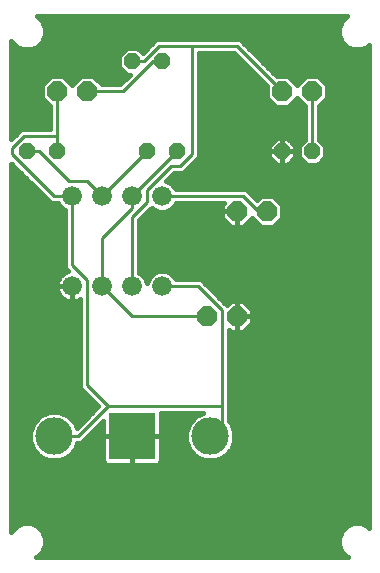
<source format=gbl>
G75*
%MOIN*%
%OFA0B0*%
%FSLAX25Y25*%
%IPPOS*%
%LPD*%
%AMOC8*
5,1,8,0,0,1.08239X$1,22.5*
%
%ADD10R,0.15600X0.15600*%
%ADD11C,0.12500*%
%ADD12OC8,0.06600*%
%ADD13C,0.06600*%
%ADD14OC8,0.05200*%
%ADD15C,0.01000*%
%ADD16R,0.04000X0.04000*%
%ADD17C,0.01600*%
D10*
X0051800Y0051800D03*
D11*
X0077800Y0051800D03*
X0025800Y0051800D03*
D12*
X0076800Y0091800D03*
X0086800Y0091800D03*
X0086800Y0126800D03*
X0096800Y0126800D03*
X0101800Y0166800D03*
X0111800Y0166800D03*
X0036800Y0166800D03*
X0026800Y0166800D03*
D13*
X0031800Y0131800D03*
X0041800Y0131800D03*
X0051800Y0131800D03*
X0061800Y0131800D03*
X0061800Y0101800D03*
X0051800Y0101800D03*
X0041800Y0101800D03*
X0031800Y0101800D03*
D14*
X0026800Y0146800D03*
X0016800Y0146800D03*
X0051800Y0176800D03*
X0061800Y0176800D03*
X0056800Y0146800D03*
X0066800Y0146800D03*
X0101800Y0146800D03*
X0111800Y0146800D03*
D15*
X0111800Y0166800D01*
X0101800Y0166800D02*
X0086800Y0181800D01*
X0071800Y0181800D01*
X0071800Y0145800D01*
X0067800Y0141800D01*
X0064800Y0141800D01*
X0056800Y0133800D01*
X0056800Y0129800D01*
X0051800Y0124800D01*
X0051800Y0101800D01*
X0041800Y0101800D02*
X0051800Y0091800D01*
X0076800Y0091800D01*
X0081800Y0093800D02*
X0081800Y0061800D01*
X0043800Y0061800D01*
X0036800Y0068800D01*
X0036800Y0103800D01*
X0031800Y0108800D01*
X0031800Y0131800D01*
X0025800Y0131800D01*
X0011800Y0145800D01*
X0011800Y0147800D01*
X0015800Y0151800D01*
X0026800Y0151800D01*
X0026800Y0146800D01*
X0026800Y0151800D02*
X0026800Y0166800D01*
X0036800Y0166800D02*
X0048800Y0166800D01*
X0058800Y0176800D01*
X0061800Y0176800D01*
X0060800Y0181800D02*
X0071800Y0181800D01*
X0060800Y0181800D02*
X0055800Y0176800D01*
X0051800Y0176800D01*
X0056800Y0146800D02*
X0041800Y0131800D01*
X0036800Y0136800D01*
X0030800Y0136800D01*
X0020800Y0146800D01*
X0016800Y0146800D01*
X0041800Y0117800D02*
X0041800Y0101800D01*
X0041800Y0117800D02*
X0051800Y0127800D01*
X0051800Y0131800D01*
X0066800Y0146800D01*
X0061800Y0131800D02*
X0088800Y0131800D01*
X0093800Y0126800D01*
X0096800Y0126800D01*
X0073800Y0101800D02*
X0081800Y0093800D01*
X0073800Y0101800D02*
X0061800Y0101800D01*
X0043800Y0061800D02*
X0033800Y0051800D01*
X0025800Y0051800D01*
X0077800Y0051800D02*
X0081800Y0055800D01*
X0081800Y0061800D01*
D16*
X0106800Y0066800D03*
X0121800Y0091800D03*
X0121800Y0116800D03*
D17*
X0011600Y0142747D02*
X0011600Y0019925D01*
X0011713Y0020199D01*
X0013401Y0021887D01*
X0015607Y0022800D01*
X0017993Y0022800D01*
X0020199Y0021887D01*
X0021887Y0020199D01*
X0022800Y0017993D01*
X0022800Y0015607D01*
X0021887Y0013401D01*
X0020199Y0011713D01*
X0019925Y0011600D01*
X0123675Y0011600D01*
X0123401Y0011713D01*
X0121713Y0013401D01*
X0120800Y0015607D01*
X0120800Y0017993D01*
X0121713Y0020199D01*
X0123401Y0021887D01*
X0125607Y0022800D01*
X0127993Y0022800D01*
X0130199Y0021887D01*
X0130701Y0021384D01*
X0130701Y0182216D01*
X0130199Y0181713D01*
X0127993Y0180800D01*
X0125607Y0180800D01*
X0123401Y0181713D01*
X0121713Y0183401D01*
X0120800Y0185607D01*
X0120800Y0187993D01*
X0121713Y0190199D01*
X0123401Y0191887D01*
X0123580Y0191961D01*
X0020020Y0191961D01*
X0020199Y0191887D01*
X0021887Y0190199D01*
X0022800Y0187993D01*
X0022800Y0185607D01*
X0021887Y0183401D01*
X0020199Y0181713D01*
X0017993Y0180800D01*
X0015607Y0180800D01*
X0013401Y0181713D01*
X0011713Y0183401D01*
X0011600Y0183675D01*
X0011600Y0150853D01*
X0013500Y0152753D01*
X0014847Y0154100D01*
X0024500Y0154100D01*
X0024500Y0161888D01*
X0021700Y0164688D01*
X0021700Y0168912D01*
X0024688Y0171900D01*
X0028912Y0171900D01*
X0031800Y0169012D01*
X0034688Y0171900D01*
X0038912Y0171900D01*
X0041712Y0169100D01*
X0047847Y0169100D01*
X0051147Y0172400D01*
X0049977Y0172400D01*
X0047400Y0174977D01*
X0047400Y0178623D01*
X0049977Y0181200D01*
X0053623Y0181200D01*
X0055285Y0179538D01*
X0058500Y0182753D01*
X0059847Y0184100D01*
X0087753Y0184100D01*
X0099953Y0171900D01*
X0103912Y0171900D01*
X0106800Y0169012D01*
X0109688Y0171900D01*
X0113912Y0171900D01*
X0116900Y0168912D01*
X0116900Y0164688D01*
X0114100Y0161888D01*
X0114100Y0150723D01*
X0116200Y0148623D01*
X0116200Y0144977D01*
X0113623Y0142400D01*
X0109977Y0142400D01*
X0107400Y0144977D01*
X0107400Y0148623D01*
X0109500Y0150723D01*
X0109500Y0161888D01*
X0106800Y0164588D01*
X0103912Y0161700D01*
X0099688Y0161700D01*
X0096700Y0164688D01*
X0096700Y0168647D01*
X0085847Y0179500D01*
X0074100Y0179500D01*
X0074100Y0144847D01*
X0072753Y0143500D01*
X0068753Y0139500D01*
X0065753Y0139500D01*
X0063054Y0136801D01*
X0064689Y0136124D01*
X0066124Y0134689D01*
X0066367Y0134100D01*
X0089753Y0134100D01*
X0093320Y0130533D01*
X0094688Y0131900D01*
X0098912Y0131900D01*
X0101900Y0128912D01*
X0101900Y0124688D01*
X0098912Y0121700D01*
X0094688Y0121700D01*
X0091800Y0124588D01*
X0088912Y0121700D01*
X0086800Y0121700D01*
X0086800Y0126800D01*
X0086800Y0126800D01*
X0086800Y0126800D01*
X0081700Y0126800D01*
X0081700Y0128912D01*
X0082288Y0129500D01*
X0066367Y0129500D01*
X0066124Y0128911D01*
X0064689Y0127476D01*
X0062814Y0126700D01*
X0060786Y0126700D01*
X0058911Y0127476D01*
X0058320Y0128067D01*
X0057753Y0127500D01*
X0054100Y0123847D01*
X0054100Y0106367D01*
X0054689Y0106124D01*
X0056124Y0104689D01*
X0056800Y0103056D01*
X0057476Y0104689D01*
X0058911Y0106124D01*
X0060786Y0106900D01*
X0062814Y0106900D01*
X0064689Y0106124D01*
X0066124Y0104689D01*
X0066367Y0104100D01*
X0074753Y0104100D01*
X0082753Y0096100D01*
X0083320Y0095533D01*
X0084688Y0096900D01*
X0086800Y0096900D01*
X0088912Y0096900D01*
X0091900Y0093912D01*
X0091900Y0091800D01*
X0086800Y0091800D01*
X0086800Y0091800D01*
X0086800Y0091800D01*
X0086800Y0096900D01*
X0086800Y0091800D01*
X0091900Y0091800D01*
X0091900Y0089688D01*
X0088912Y0086700D01*
X0086800Y0086700D01*
X0086800Y0091800D01*
X0086800Y0091800D01*
X0086800Y0086700D01*
X0084688Y0086700D01*
X0084100Y0087288D01*
X0084100Y0056884D01*
X0084624Y0056360D01*
X0085850Y0053401D01*
X0085850Y0050199D01*
X0084624Y0047240D01*
X0082360Y0044976D01*
X0079401Y0043750D01*
X0076199Y0043750D01*
X0073240Y0044976D01*
X0070976Y0047240D01*
X0069750Y0050199D01*
X0069750Y0053401D01*
X0070976Y0056360D01*
X0073240Y0058624D01*
X0075354Y0059500D01*
X0061400Y0059500D01*
X0061400Y0051800D01*
X0051800Y0051800D01*
X0051800Y0051800D01*
X0061400Y0051800D01*
X0061400Y0043763D01*
X0061277Y0043305D01*
X0061040Y0042895D01*
X0060705Y0042560D01*
X0060295Y0042323D01*
X0059837Y0042200D01*
X0051800Y0042200D01*
X0051800Y0051800D01*
X0051800Y0051800D01*
X0051800Y0051800D01*
X0042200Y0051800D01*
X0042200Y0056947D01*
X0034753Y0049500D01*
X0033561Y0049500D01*
X0032624Y0047240D01*
X0030360Y0044976D01*
X0027401Y0043750D01*
X0024199Y0043750D01*
X0021240Y0044976D01*
X0018976Y0047240D01*
X0017750Y0050199D01*
X0017750Y0053401D01*
X0018976Y0056360D01*
X0021240Y0058624D01*
X0024199Y0059850D01*
X0027401Y0059850D01*
X0030360Y0058624D01*
X0032624Y0056360D01*
X0033352Y0054604D01*
X0040547Y0061800D01*
X0034500Y0067847D01*
X0034500Y0097458D01*
X0034473Y0097438D01*
X0033758Y0097074D01*
X0032994Y0096826D01*
X0032201Y0096700D01*
X0031800Y0096700D01*
X0031800Y0101800D01*
X0031800Y0101800D01*
X0026700Y0101800D01*
X0026700Y0102201D01*
X0026826Y0102994D01*
X0027074Y0103758D01*
X0027438Y0104473D01*
X0027910Y0105122D01*
X0028478Y0105690D01*
X0029127Y0106162D01*
X0029842Y0106526D01*
X0030581Y0106766D01*
X0029500Y0107847D01*
X0029500Y0127232D01*
X0028911Y0127476D01*
X0027476Y0128911D01*
X0027232Y0129500D01*
X0024847Y0129500D01*
X0011600Y0142747D01*
X0011600Y0142673D02*
X0011674Y0142673D01*
X0011600Y0141075D02*
X0013272Y0141075D01*
X0014871Y0139476D02*
X0011600Y0139476D01*
X0011600Y0137878D02*
X0016469Y0137878D01*
X0018068Y0136279D02*
X0011600Y0136279D01*
X0011600Y0134681D02*
X0019666Y0134681D01*
X0021265Y0133082D02*
X0011600Y0133082D01*
X0011600Y0131484D02*
X0022863Y0131484D01*
X0024462Y0129885D02*
X0011600Y0129885D01*
X0011600Y0128287D02*
X0028101Y0128287D01*
X0029500Y0126688D02*
X0011600Y0126688D01*
X0011600Y0125090D02*
X0029500Y0125090D01*
X0029500Y0123491D02*
X0011600Y0123491D01*
X0011600Y0121893D02*
X0029500Y0121893D01*
X0029500Y0120294D02*
X0011600Y0120294D01*
X0011600Y0118696D02*
X0029500Y0118696D01*
X0029500Y0117097D02*
X0011600Y0117097D01*
X0011600Y0115499D02*
X0029500Y0115499D01*
X0029500Y0113900D02*
X0011600Y0113900D01*
X0011600Y0112302D02*
X0029500Y0112302D01*
X0029500Y0110703D02*
X0011600Y0110703D01*
X0011600Y0109105D02*
X0029500Y0109105D01*
X0029841Y0107506D02*
X0011600Y0107506D01*
X0011600Y0105908D02*
X0028777Y0105908D01*
X0027355Y0104309D02*
X0011600Y0104309D01*
X0011600Y0102711D02*
X0026781Y0102711D01*
X0026700Y0101800D02*
X0026700Y0101399D01*
X0026826Y0100606D01*
X0027074Y0099842D01*
X0027438Y0099127D01*
X0027910Y0098478D01*
X0028478Y0097910D01*
X0029127Y0097438D01*
X0029842Y0097074D01*
X0030606Y0096826D01*
X0031399Y0096700D01*
X0031800Y0096700D01*
X0031800Y0101800D01*
X0031800Y0101800D01*
X0026700Y0101800D01*
X0026745Y0101112D02*
X0011600Y0101112D01*
X0011600Y0099514D02*
X0027241Y0099514D01*
X0028472Y0097915D02*
X0011600Y0097915D01*
X0011600Y0096317D02*
X0034500Y0096317D01*
X0034500Y0094718D02*
X0011600Y0094718D01*
X0011600Y0093120D02*
X0034500Y0093120D01*
X0034500Y0091521D02*
X0011600Y0091521D01*
X0011600Y0089923D02*
X0034500Y0089923D01*
X0034500Y0088324D02*
X0011600Y0088324D01*
X0011600Y0086726D02*
X0034500Y0086726D01*
X0034500Y0085127D02*
X0011600Y0085127D01*
X0011600Y0083529D02*
X0034500Y0083529D01*
X0034500Y0081930D02*
X0011600Y0081930D01*
X0011600Y0080332D02*
X0034500Y0080332D01*
X0034500Y0078733D02*
X0011600Y0078733D01*
X0011600Y0077134D02*
X0034500Y0077134D01*
X0034500Y0075536D02*
X0011600Y0075536D01*
X0011600Y0073937D02*
X0034500Y0073937D01*
X0034500Y0072339D02*
X0011600Y0072339D01*
X0011600Y0070740D02*
X0034500Y0070740D01*
X0034500Y0069142D02*
X0011600Y0069142D01*
X0011600Y0067543D02*
X0034804Y0067543D01*
X0036402Y0065945D02*
X0011600Y0065945D01*
X0011600Y0064346D02*
X0038001Y0064346D01*
X0039599Y0062748D02*
X0011600Y0062748D01*
X0011600Y0061149D02*
X0039897Y0061149D01*
X0038298Y0059551D02*
X0028123Y0059551D01*
X0031032Y0057952D02*
X0036700Y0057952D01*
X0035101Y0056354D02*
X0032627Y0056354D01*
X0033289Y0054755D02*
X0033503Y0054755D01*
X0036811Y0051558D02*
X0042200Y0051558D01*
X0042200Y0051800D02*
X0042200Y0043763D01*
X0042323Y0043305D01*
X0042560Y0042895D01*
X0042895Y0042560D01*
X0043305Y0042323D01*
X0043763Y0042200D01*
X0051800Y0042200D01*
X0051800Y0051800D01*
X0042200Y0051800D01*
X0042200Y0053157D02*
X0038409Y0053157D01*
X0040008Y0054755D02*
X0042200Y0054755D01*
X0042200Y0056354D02*
X0041607Y0056354D01*
X0042200Y0049960D02*
X0035212Y0049960D01*
X0033089Y0048361D02*
X0042200Y0048361D01*
X0042200Y0046763D02*
X0032147Y0046763D01*
X0030549Y0045164D02*
X0042200Y0045164D01*
X0042253Y0043566D02*
X0011600Y0043566D01*
X0011600Y0045164D02*
X0021051Y0045164D01*
X0019453Y0046763D02*
X0011600Y0046763D01*
X0011600Y0048361D02*
X0018511Y0048361D01*
X0017849Y0049960D02*
X0011600Y0049960D01*
X0011600Y0051558D02*
X0017750Y0051558D01*
X0017750Y0053157D02*
X0011600Y0053157D01*
X0011600Y0054755D02*
X0018311Y0054755D01*
X0018973Y0056354D02*
X0011600Y0056354D01*
X0011600Y0057952D02*
X0020568Y0057952D01*
X0023477Y0059551D02*
X0011600Y0059551D01*
X0011600Y0041967D02*
X0130701Y0041967D01*
X0130701Y0040369D02*
X0011600Y0040369D01*
X0011600Y0038770D02*
X0130701Y0038770D01*
X0130701Y0037172D02*
X0011600Y0037172D01*
X0011600Y0035573D02*
X0130701Y0035573D01*
X0130701Y0033975D02*
X0011600Y0033975D01*
X0011600Y0032376D02*
X0130701Y0032376D01*
X0130701Y0030778D02*
X0011600Y0030778D01*
X0011600Y0029179D02*
X0130701Y0029179D01*
X0130701Y0027581D02*
X0011600Y0027581D01*
X0011600Y0025982D02*
X0130701Y0025982D01*
X0130701Y0024384D02*
X0011600Y0024384D01*
X0011600Y0022785D02*
X0015571Y0022785D01*
X0018029Y0022785D02*
X0125571Y0022785D01*
X0128029Y0022785D02*
X0130701Y0022785D01*
X0122701Y0021187D02*
X0020899Y0021187D01*
X0022139Y0019588D02*
X0121461Y0019588D01*
X0120800Y0017990D02*
X0022800Y0017990D01*
X0022800Y0016391D02*
X0120800Y0016391D01*
X0121137Y0014793D02*
X0022463Y0014793D01*
X0021679Y0013194D02*
X0121921Y0013194D01*
X0130701Y0043566D02*
X0061347Y0043566D01*
X0061400Y0045164D02*
X0073051Y0045164D01*
X0071453Y0046763D02*
X0061400Y0046763D01*
X0061400Y0048361D02*
X0070511Y0048361D01*
X0069849Y0049960D02*
X0061400Y0049960D01*
X0061400Y0051558D02*
X0069750Y0051558D01*
X0069750Y0053157D02*
X0061400Y0053157D01*
X0061400Y0054755D02*
X0070311Y0054755D01*
X0070973Y0056354D02*
X0061400Y0056354D01*
X0061400Y0057952D02*
X0072568Y0057952D01*
X0082549Y0045164D02*
X0130701Y0045164D01*
X0130701Y0046763D02*
X0084147Y0046763D01*
X0085089Y0048361D02*
X0130701Y0048361D01*
X0130701Y0049960D02*
X0085751Y0049960D01*
X0085850Y0051558D02*
X0130701Y0051558D01*
X0130701Y0053157D02*
X0085850Y0053157D01*
X0085289Y0054755D02*
X0130701Y0054755D01*
X0130701Y0056354D02*
X0084627Y0056354D01*
X0084100Y0057952D02*
X0130701Y0057952D01*
X0130701Y0059551D02*
X0084100Y0059551D01*
X0084100Y0061149D02*
X0130701Y0061149D01*
X0130701Y0062748D02*
X0084100Y0062748D01*
X0084100Y0064346D02*
X0130701Y0064346D01*
X0130701Y0065945D02*
X0084100Y0065945D01*
X0084100Y0067543D02*
X0130701Y0067543D01*
X0130701Y0069142D02*
X0084100Y0069142D01*
X0084100Y0070740D02*
X0130701Y0070740D01*
X0130701Y0072339D02*
X0084100Y0072339D01*
X0084100Y0073937D02*
X0130701Y0073937D01*
X0130701Y0075536D02*
X0084100Y0075536D01*
X0084100Y0077134D02*
X0130701Y0077134D01*
X0130701Y0078733D02*
X0084100Y0078733D01*
X0084100Y0080332D02*
X0130701Y0080332D01*
X0130701Y0081930D02*
X0084100Y0081930D01*
X0084100Y0083529D02*
X0130701Y0083529D01*
X0130701Y0085127D02*
X0084100Y0085127D01*
X0084100Y0086726D02*
X0084662Y0086726D01*
X0086800Y0086726D02*
X0086800Y0086726D01*
X0086800Y0088324D02*
X0086800Y0088324D01*
X0086800Y0089923D02*
X0086800Y0089923D01*
X0086800Y0091521D02*
X0086800Y0091521D01*
X0086800Y0093120D02*
X0086800Y0093120D01*
X0086800Y0094718D02*
X0086800Y0094718D01*
X0086800Y0096317D02*
X0086800Y0096317D01*
X0089496Y0096317D02*
X0130701Y0096317D01*
X0130701Y0097915D02*
X0080938Y0097915D01*
X0082536Y0096317D02*
X0084104Y0096317D01*
X0079339Y0099514D02*
X0130701Y0099514D01*
X0130701Y0101112D02*
X0077741Y0101112D01*
X0076142Y0102711D02*
X0130701Y0102711D01*
X0130701Y0104309D02*
X0066281Y0104309D01*
X0064905Y0105908D02*
X0130701Y0105908D01*
X0130701Y0107506D02*
X0054100Y0107506D01*
X0054100Y0109105D02*
X0130701Y0109105D01*
X0130701Y0110703D02*
X0054100Y0110703D01*
X0054100Y0112302D02*
X0130701Y0112302D01*
X0130701Y0113900D02*
X0054100Y0113900D01*
X0054100Y0115499D02*
X0130701Y0115499D01*
X0130701Y0117097D02*
X0054100Y0117097D01*
X0054100Y0118696D02*
X0130701Y0118696D01*
X0130701Y0120294D02*
X0054100Y0120294D01*
X0054100Y0121893D02*
X0084495Y0121893D01*
X0084688Y0121700D02*
X0086800Y0121700D01*
X0086800Y0126800D01*
X0081700Y0126800D01*
X0081700Y0124688D01*
X0084688Y0121700D01*
X0082896Y0123491D02*
X0054100Y0123491D01*
X0055343Y0125090D02*
X0081700Y0125090D01*
X0081700Y0126688D02*
X0056941Y0126688D01*
X0064313Y0136279D02*
X0130701Y0136279D01*
X0130701Y0134681D02*
X0066127Y0134681D01*
X0064131Y0137878D02*
X0130701Y0137878D01*
X0130701Y0139476D02*
X0065729Y0139476D01*
X0070328Y0141075D02*
X0130701Y0141075D01*
X0130701Y0142673D02*
X0113896Y0142673D01*
X0115495Y0144272D02*
X0130701Y0144272D01*
X0130701Y0145870D02*
X0116200Y0145870D01*
X0116200Y0147469D02*
X0130701Y0147469D01*
X0130701Y0149068D02*
X0115755Y0149068D01*
X0114156Y0150666D02*
X0130701Y0150666D01*
X0130701Y0152265D02*
X0114100Y0152265D01*
X0114100Y0153863D02*
X0130701Y0153863D01*
X0130701Y0155462D02*
X0114100Y0155462D01*
X0114100Y0157060D02*
X0130701Y0157060D01*
X0130701Y0158659D02*
X0114100Y0158659D01*
X0114100Y0160257D02*
X0130701Y0160257D01*
X0130701Y0161856D02*
X0114100Y0161856D01*
X0115667Y0163454D02*
X0130701Y0163454D01*
X0130701Y0165053D02*
X0116900Y0165053D01*
X0116900Y0166651D02*
X0130701Y0166651D01*
X0130701Y0168250D02*
X0116900Y0168250D01*
X0115964Y0169848D02*
X0130701Y0169848D01*
X0130701Y0171447D02*
X0114366Y0171447D01*
X0109234Y0171447D02*
X0104366Y0171447D01*
X0105964Y0169848D02*
X0107636Y0169848D01*
X0107933Y0163454D02*
X0105667Y0163454D01*
X0104068Y0161856D02*
X0109500Y0161856D01*
X0109500Y0160257D02*
X0074100Y0160257D01*
X0074100Y0158659D02*
X0109500Y0158659D01*
X0109500Y0157060D02*
X0074100Y0157060D01*
X0074100Y0155462D02*
X0109500Y0155462D01*
X0109500Y0153863D02*
X0074100Y0153863D01*
X0074100Y0152265D02*
X0109500Y0152265D01*
X0109443Y0150666D02*
X0104156Y0150666D01*
X0103623Y0151200D02*
X0101800Y0151200D01*
X0101800Y0146800D01*
X0106200Y0146800D01*
X0106200Y0148623D01*
X0103623Y0151200D01*
X0105755Y0149068D02*
X0107845Y0149068D01*
X0107400Y0147469D02*
X0106200Y0147469D01*
X0106200Y0146800D02*
X0101800Y0146800D01*
X0101800Y0146800D01*
X0101800Y0146800D01*
X0101800Y0142400D01*
X0103623Y0142400D01*
X0106200Y0144977D01*
X0106200Y0146800D01*
X0106200Y0145870D02*
X0107400Y0145870D01*
X0108105Y0144272D02*
X0105495Y0144272D01*
X0103896Y0142673D02*
X0109704Y0142673D01*
X0101800Y0142673D02*
X0101800Y0142673D01*
X0101800Y0142400D02*
X0099977Y0142400D01*
X0097400Y0144977D01*
X0097400Y0146800D01*
X0101800Y0146800D01*
X0101800Y0146800D01*
X0101800Y0146800D01*
X0101800Y0151200D01*
X0099977Y0151200D01*
X0097400Y0148623D01*
X0097400Y0146800D01*
X0101800Y0146800D01*
X0101800Y0142400D01*
X0101800Y0144272D02*
X0101800Y0144272D01*
X0101800Y0145870D02*
X0101800Y0145870D01*
X0101800Y0147469D02*
X0101800Y0147469D01*
X0101800Y0149068D02*
X0101800Y0149068D01*
X0101800Y0150666D02*
X0101800Y0150666D01*
X0099443Y0150666D02*
X0074100Y0150666D01*
X0074100Y0149068D02*
X0097845Y0149068D01*
X0097400Y0147469D02*
X0074100Y0147469D01*
X0074100Y0145870D02*
X0097400Y0145870D01*
X0098105Y0144272D02*
X0073525Y0144272D01*
X0071926Y0142673D02*
X0099704Y0142673D01*
X0099329Y0131484D02*
X0130701Y0131484D01*
X0130701Y0133082D02*
X0090770Y0133082D01*
X0092369Y0131484D02*
X0094271Y0131484D01*
X0092896Y0123491D02*
X0090704Y0123491D01*
X0089105Y0121893D02*
X0094495Y0121893D01*
X0099105Y0121893D02*
X0130701Y0121893D01*
X0130701Y0123491D02*
X0100704Y0123491D01*
X0101900Y0125090D02*
X0130701Y0125090D01*
X0130701Y0126688D02*
X0101900Y0126688D01*
X0101900Y0128287D02*
X0130701Y0128287D01*
X0130701Y0129885D02*
X0100927Y0129885D01*
X0086800Y0126688D02*
X0086800Y0126688D01*
X0086800Y0125090D02*
X0086800Y0125090D01*
X0086800Y0123491D02*
X0086800Y0123491D01*
X0086800Y0121893D02*
X0086800Y0121893D01*
X0081700Y0128287D02*
X0065499Y0128287D01*
X0058695Y0105908D02*
X0054905Y0105908D01*
X0056281Y0104309D02*
X0057319Y0104309D01*
X0031800Y0101112D02*
X0031800Y0101112D01*
X0031800Y0099514D02*
X0031800Y0099514D01*
X0031800Y0097915D02*
X0031800Y0097915D01*
X0051800Y0051558D02*
X0051800Y0051558D01*
X0051800Y0049960D02*
X0051800Y0049960D01*
X0051800Y0048361D02*
X0051800Y0048361D01*
X0051800Y0046763D02*
X0051800Y0046763D01*
X0051800Y0045164D02*
X0051800Y0045164D01*
X0051800Y0043566D02*
X0051800Y0043566D01*
X0088938Y0086726D02*
X0130701Y0086726D01*
X0130701Y0088324D02*
X0090537Y0088324D01*
X0091900Y0089923D02*
X0130701Y0089923D01*
X0130701Y0091521D02*
X0091900Y0091521D01*
X0091900Y0093120D02*
X0130701Y0093120D01*
X0130701Y0094718D02*
X0091094Y0094718D01*
X0099532Y0161856D02*
X0074100Y0161856D01*
X0074100Y0163454D02*
X0097933Y0163454D01*
X0096700Y0165053D02*
X0074100Y0165053D01*
X0074100Y0166651D02*
X0096700Y0166651D01*
X0096700Y0168250D02*
X0074100Y0168250D01*
X0074100Y0169848D02*
X0095499Y0169848D01*
X0093901Y0171447D02*
X0074100Y0171447D01*
X0074100Y0173045D02*
X0092302Y0173045D01*
X0090704Y0174644D02*
X0074100Y0174644D01*
X0074100Y0176242D02*
X0089105Y0176242D01*
X0087507Y0177841D02*
X0074100Y0177841D01*
X0074100Y0179439D02*
X0085908Y0179439D01*
X0089216Y0182636D02*
X0122478Y0182636D01*
X0121368Y0184235D02*
X0022232Y0184235D01*
X0022800Y0185833D02*
X0120800Y0185833D01*
X0120800Y0187432D02*
X0022800Y0187432D01*
X0022371Y0189030D02*
X0121229Y0189030D01*
X0122144Y0190629D02*
X0021456Y0190629D01*
X0021122Y0182636D02*
X0058384Y0182636D01*
X0056785Y0181038D02*
X0053785Y0181038D01*
X0049815Y0181038D02*
X0018567Y0181038D01*
X0015033Y0181038D02*
X0011600Y0181038D01*
X0011600Y0182636D02*
X0012478Y0182636D01*
X0011600Y0179439D02*
X0048217Y0179439D01*
X0047400Y0177841D02*
X0011600Y0177841D01*
X0011600Y0176242D02*
X0047400Y0176242D01*
X0047734Y0174644D02*
X0011600Y0174644D01*
X0011600Y0173045D02*
X0049332Y0173045D01*
X0050194Y0171447D02*
X0039366Y0171447D01*
X0040964Y0169848D02*
X0048595Y0169848D01*
X0034234Y0171447D02*
X0029366Y0171447D01*
X0030964Y0169848D02*
X0032636Y0169848D01*
X0024500Y0161856D02*
X0011600Y0161856D01*
X0011600Y0163454D02*
X0022933Y0163454D01*
X0021700Y0165053D02*
X0011600Y0165053D01*
X0011600Y0166651D02*
X0021700Y0166651D01*
X0021700Y0168250D02*
X0011600Y0168250D01*
X0011600Y0169848D02*
X0022636Y0169848D01*
X0024234Y0171447D02*
X0011600Y0171447D01*
X0011600Y0160257D02*
X0024500Y0160257D01*
X0024500Y0158659D02*
X0011600Y0158659D01*
X0011600Y0157060D02*
X0024500Y0157060D01*
X0024500Y0155462D02*
X0011600Y0155462D01*
X0011600Y0153863D02*
X0014610Y0153863D01*
X0013012Y0152265D02*
X0011600Y0152265D01*
X0090815Y0181038D02*
X0125033Y0181038D01*
X0128567Y0181038D02*
X0130701Y0181038D01*
X0130701Y0179439D02*
X0092413Y0179439D01*
X0094012Y0177841D02*
X0130701Y0177841D01*
X0130701Y0176242D02*
X0095610Y0176242D01*
X0097209Y0174644D02*
X0130701Y0174644D01*
X0130701Y0173045D02*
X0098807Y0173045D01*
X0012701Y0021187D02*
X0011600Y0021187D01*
M02*

</source>
